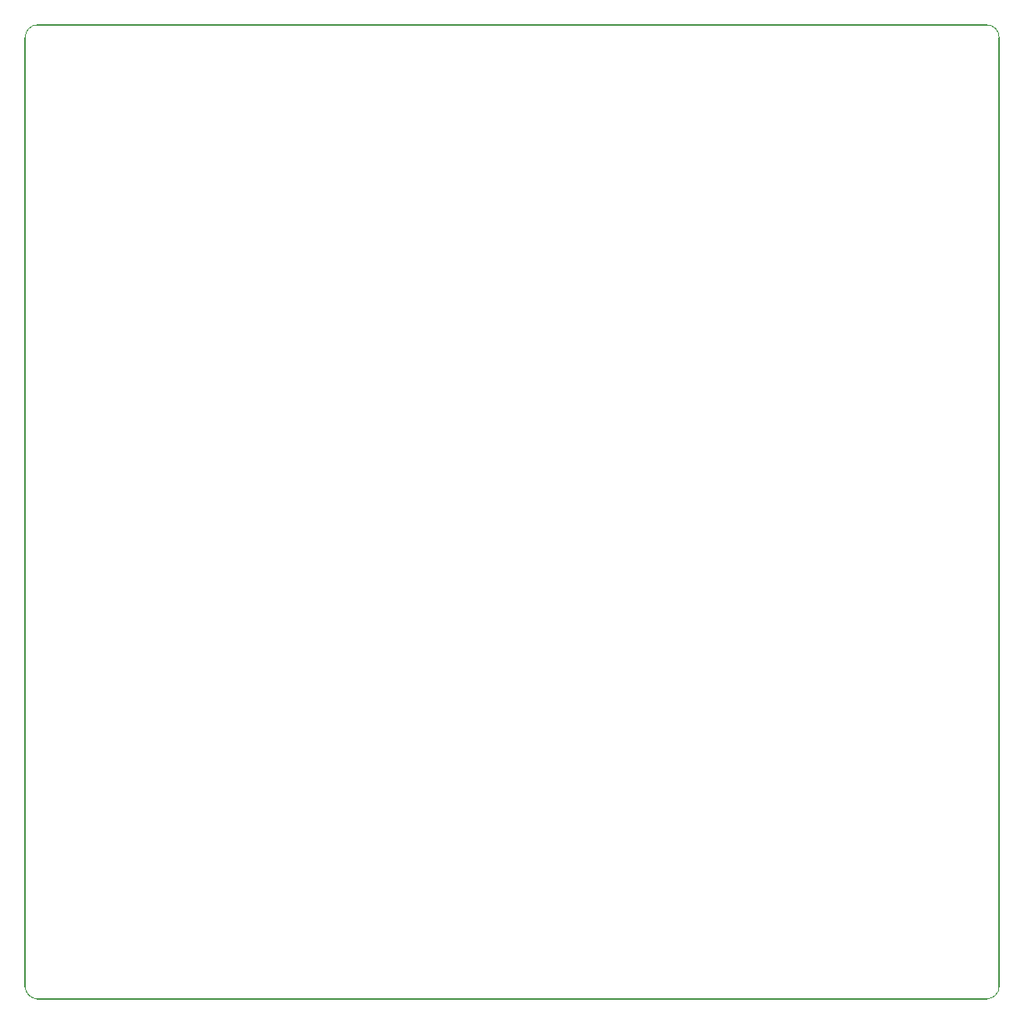
<source format=gm1>
%TF.GenerationSoftware,KiCad,Pcbnew,(5.99.0-1350-g7e4d255cd)*%
%TF.CreationDate,2020-04-19T23:06:08-06:00*%
%TF.ProjectId,generic-pcb,67656e65-7269-4632-9d70-63622e6b6963,rev?*%
%TF.SameCoordinates,PX5d42830PY292dfe0*%
%TF.FileFunction,Profile,NP*%
%FSLAX46Y46*%
G04 Gerber Fmt 4.6, Leading zero omitted, Abs format (unit mm)*
G04 Created by KiCad (PCBNEW (5.99.0-1350-g7e4d255cd)) date 2020-04-19 23:06:08*
%MOMM*%
%LPD*%
G01*
G04 APERTURE LIST*
%TA.AperFunction,Profile*%
%ADD10C,0.150000*%
%TD*%
%ADD11C,-0.000002*%
G04 APERTURE END LIST*
D10*
X0Y-1270000D02*
X0Y-97790000D01*
X97790000Y0D02*
X1270000Y0D01*
X99060000Y-97790000D02*
X99060000Y-1270000D01*
X1270000Y-99060000D02*
X97790000Y-99060000D01*
D11*
X0Y-97790000D02*
G75*
G03*
X1270000Y-99060000I1270000J0D01*
G01*
D10*
D11*
X97790000Y-99060000D02*
G75*
G03*
X99060000Y-97790000I0J1270000D01*
G01*
D10*
D11*
X99060000Y-1270000D02*
G75*
G03*
X97790000Y0I-1270000J0D01*
G01*
D10*
D11*
X1270000Y0D02*
G75*
G03*
X0Y-1270000I0J-1270000D01*
G01*
M02*

</source>
